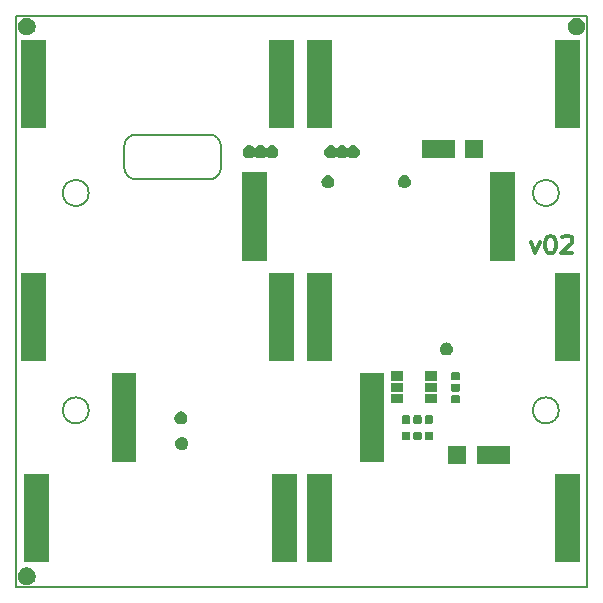
<source format=gbr>
%TF.GenerationSoftware,KiCad,Pcbnew,5.0.2-bee76a0~70~ubuntu18.04.1*%
%TF.CreationDate,2020-02-29T17:16:54-08:00*%
%TF.ProjectId,SolarCellZ_v1,536f6c61-7243-4656-9c6c-5a5f76312e6b,rev?*%
%TF.SameCoordinates,Original*%
%TF.FileFunction,Soldermask,Top*%
%TF.FilePolarity,Negative*%
%FSLAX46Y46*%
G04 Gerber Fmt 4.6, Leading zero omitted, Abs format (unit mm)*
G04 Created by KiCad (PCBNEW 5.0.2-bee76a0~70~ubuntu18.04.1) date Sat 29 Feb 2020 05:16:54 PM PST*
%MOMM*%
%LPD*%
G01*
G04 APERTURE LIST*
%ADD10C,0.200000*%
%ADD11C,0.300000*%
%ADD12C,0.100000*%
G04 APERTURE END LIST*
D10*
X136007500Y-73391000D02*
G75*
G03X136007500Y-73391000I-1100000J0D01*
G01*
X96207500Y-73391000D02*
G75*
G03X96207500Y-73391000I-1100000J0D01*
G01*
X107407500Y-52841000D02*
G75*
G02X106407500Y-53841000I-1000000J0D01*
G01*
X100207500Y-53841000D02*
G75*
G02X99207500Y-52841000I0J1000000D01*
G01*
X106407500Y-50041000D02*
G75*
G02X107407500Y-51041000I0J-1000000D01*
G01*
X99207500Y-51041000D02*
G75*
G02X100207500Y-50041000I1000000J0D01*
G01*
X96207500Y-54991000D02*
G75*
G03X96207500Y-54991000I-1100000J0D01*
G01*
X106407500Y-50041000D02*
X100207500Y-50041000D01*
X138407500Y-39991000D02*
X138407500Y-88391000D01*
X138407500Y-88391000D02*
X90007500Y-88391000D01*
X90007500Y-88391000D02*
X90007500Y-39991000D01*
X90007500Y-39991000D02*
X138407500Y-39991000D01*
X100207500Y-53841000D02*
X106407500Y-53841000D01*
X136007500Y-54991000D02*
G75*
G03X136007500Y-54991000I-1100000J0D01*
G01*
X107407500Y-52841000D02*
X107407500Y-51041000D01*
X99207500Y-51041000D02*
X99207500Y-52841000D01*
D11*
X133659785Y-59114571D02*
X134016928Y-60114571D01*
X134374071Y-59114571D01*
X135231214Y-58614571D02*
X135374071Y-58614571D01*
X135516928Y-58686000D01*
X135588357Y-58757428D01*
X135659785Y-58900285D01*
X135731214Y-59186000D01*
X135731214Y-59543142D01*
X135659785Y-59828857D01*
X135588357Y-59971714D01*
X135516928Y-60043142D01*
X135374071Y-60114571D01*
X135231214Y-60114571D01*
X135088357Y-60043142D01*
X135016928Y-59971714D01*
X134945500Y-59828857D01*
X134874071Y-59543142D01*
X134874071Y-59186000D01*
X134945500Y-58900285D01*
X135016928Y-58757428D01*
X135088357Y-58686000D01*
X135231214Y-58614571D01*
X136302642Y-58757428D02*
X136374071Y-58686000D01*
X136516928Y-58614571D01*
X136874071Y-58614571D01*
X137016928Y-58686000D01*
X137088357Y-58757428D01*
X137159785Y-58900285D01*
X137159785Y-59043142D01*
X137088357Y-59257428D01*
X136231214Y-60114571D01*
X137159785Y-60114571D01*
D12*
G36*
X91168767Y-86728822D02*
X91305258Y-86785359D01*
X91428097Y-86867437D01*
X91532563Y-86971903D01*
X91614641Y-87094742D01*
X91671178Y-87231233D01*
X91700000Y-87376131D01*
X91700000Y-87523869D01*
X91671178Y-87668767D01*
X91614641Y-87805258D01*
X91532563Y-87928097D01*
X91428097Y-88032563D01*
X91305258Y-88114641D01*
X91168767Y-88171178D01*
X91023869Y-88200000D01*
X90876131Y-88200000D01*
X90731233Y-88171178D01*
X90594742Y-88114641D01*
X90471903Y-88032563D01*
X90367437Y-87928097D01*
X90285359Y-87805258D01*
X90228822Y-87668767D01*
X90200000Y-87523869D01*
X90200000Y-87376131D01*
X90228822Y-87231233D01*
X90285359Y-87094742D01*
X90367437Y-86971903D01*
X90471903Y-86867437D01*
X90594742Y-86785359D01*
X90731233Y-86728822D01*
X90876131Y-86700000D01*
X91023869Y-86700000D01*
X91168767Y-86728822D01*
X91168767Y-86728822D01*
G37*
G36*
X137799000Y-86249000D02*
X135701000Y-86249000D01*
X135701000Y-78751000D01*
X137799000Y-78751000D01*
X137799000Y-86249000D01*
X137799000Y-86249000D01*
G37*
G36*
X92799000Y-86249000D02*
X90701000Y-86249000D01*
X90701000Y-78751000D01*
X92799000Y-78751000D01*
X92799000Y-86249000D01*
X92799000Y-86249000D01*
G37*
G36*
X113799000Y-86249000D02*
X111701000Y-86249000D01*
X111701000Y-78751000D01*
X113799000Y-78751000D01*
X113799000Y-86249000D01*
X113799000Y-86249000D01*
G37*
G36*
X116799000Y-86249000D02*
X114701000Y-86249000D01*
X114701000Y-78751000D01*
X116799000Y-78751000D01*
X116799000Y-86249000D01*
X116799000Y-86249000D01*
G37*
G36*
X131834200Y-77901500D02*
X129036200Y-77901500D01*
X129036200Y-76403500D01*
X131834200Y-76403500D01*
X131834200Y-77901500D01*
X131834200Y-77901500D01*
G37*
G36*
X128134200Y-77901500D02*
X126636200Y-77901500D01*
X126636200Y-76403500D01*
X128134200Y-76403500D01*
X128134200Y-77901500D01*
X128134200Y-77901500D01*
G37*
G36*
X100236000Y-77749000D02*
X98138000Y-77749000D01*
X98138000Y-70251000D01*
X100236000Y-70251000D01*
X100236000Y-77749000D01*
X100236000Y-77749000D01*
G37*
G36*
X121236000Y-77749000D02*
X119138000Y-77749000D01*
X119138000Y-70251000D01*
X121236000Y-70251000D01*
X121236000Y-77749000D01*
X121236000Y-77749000D01*
G37*
G36*
X104183604Y-75661549D02*
X104236638Y-75672098D01*
X104336547Y-75713482D01*
X104336549Y-75713483D01*
X104426467Y-75773564D01*
X104502936Y-75850033D01*
X104559041Y-75934000D01*
X104563018Y-75939953D01*
X104604402Y-76039862D01*
X104625500Y-76145929D01*
X104625500Y-76254071D01*
X104604402Y-76360138D01*
X104563018Y-76460047D01*
X104563017Y-76460049D01*
X104502936Y-76549967D01*
X104426467Y-76626436D01*
X104336549Y-76686517D01*
X104336548Y-76686518D01*
X104336547Y-76686518D01*
X104236638Y-76727902D01*
X104130572Y-76749000D01*
X104022428Y-76749000D01*
X103916362Y-76727902D01*
X103816453Y-76686518D01*
X103816452Y-76686518D01*
X103816451Y-76686517D01*
X103726533Y-76626436D01*
X103650064Y-76549967D01*
X103589983Y-76460049D01*
X103589982Y-76460047D01*
X103548598Y-76360138D01*
X103527500Y-76254071D01*
X103527500Y-76145929D01*
X103548598Y-76039862D01*
X103589982Y-75939953D01*
X103593960Y-75934000D01*
X103650064Y-75850033D01*
X103726533Y-75773564D01*
X103816451Y-75713483D01*
X103816453Y-75713482D01*
X103916362Y-75672098D01*
X103969396Y-75661549D01*
X104022428Y-75651000D01*
X104130572Y-75651000D01*
X104183604Y-75661549D01*
X104183604Y-75661549D01*
G37*
G36*
X124263933Y-75199064D02*
X124291508Y-75207430D01*
X124316922Y-75221014D01*
X124339202Y-75239298D01*
X124357486Y-75261578D01*
X124371070Y-75286992D01*
X124379436Y-75314567D01*
X124382500Y-75345684D01*
X124382500Y-75784316D01*
X124379436Y-75815433D01*
X124371070Y-75843008D01*
X124357486Y-75868422D01*
X124339202Y-75890702D01*
X124316922Y-75908986D01*
X124291508Y-75922570D01*
X124263933Y-75930936D01*
X124232816Y-75934000D01*
X123840684Y-75934000D01*
X123809567Y-75930936D01*
X123781992Y-75922570D01*
X123756578Y-75908986D01*
X123734298Y-75890702D01*
X123716014Y-75868422D01*
X123702430Y-75843008D01*
X123694064Y-75815433D01*
X123691000Y-75784316D01*
X123691000Y-75345684D01*
X123694064Y-75314567D01*
X123702430Y-75286992D01*
X123716014Y-75261578D01*
X123734298Y-75239298D01*
X123756578Y-75221014D01*
X123781992Y-75207430D01*
X123809567Y-75199064D01*
X123840684Y-75196000D01*
X124232816Y-75196000D01*
X124263933Y-75199064D01*
X124263933Y-75199064D01*
G37*
G36*
X123290433Y-75199064D02*
X123318008Y-75207430D01*
X123343422Y-75221014D01*
X123365702Y-75239298D01*
X123383986Y-75261578D01*
X123397570Y-75286992D01*
X123405936Y-75314567D01*
X123409000Y-75345684D01*
X123409000Y-75784316D01*
X123405936Y-75815433D01*
X123397570Y-75843008D01*
X123383986Y-75868422D01*
X123365702Y-75890702D01*
X123343422Y-75908986D01*
X123318008Y-75922570D01*
X123290433Y-75930936D01*
X123259316Y-75934000D01*
X122870684Y-75934000D01*
X122839567Y-75930936D01*
X122811992Y-75922570D01*
X122786578Y-75908986D01*
X122764298Y-75890702D01*
X122746014Y-75868422D01*
X122732430Y-75843008D01*
X122724064Y-75815433D01*
X122721000Y-75784316D01*
X122721000Y-75345684D01*
X122724064Y-75314567D01*
X122732430Y-75286992D01*
X122746014Y-75261578D01*
X122764298Y-75239298D01*
X122786578Y-75221014D01*
X122811992Y-75207430D01*
X122839567Y-75199064D01*
X122870684Y-75196000D01*
X123259316Y-75196000D01*
X123290433Y-75199064D01*
X123290433Y-75199064D01*
G37*
G36*
X125233933Y-75199064D02*
X125261508Y-75207430D01*
X125286922Y-75221014D01*
X125309202Y-75239298D01*
X125327486Y-75261578D01*
X125341070Y-75286992D01*
X125349436Y-75314567D01*
X125352500Y-75345684D01*
X125352500Y-75784316D01*
X125349436Y-75815433D01*
X125341070Y-75843008D01*
X125327486Y-75868422D01*
X125309202Y-75890702D01*
X125286922Y-75908986D01*
X125261508Y-75922570D01*
X125233933Y-75930936D01*
X125202816Y-75934000D01*
X124814184Y-75934000D01*
X124783067Y-75930936D01*
X124755492Y-75922570D01*
X124730078Y-75908986D01*
X124707798Y-75890702D01*
X124689514Y-75868422D01*
X124675930Y-75843008D01*
X124667564Y-75815433D01*
X124664500Y-75784316D01*
X124664500Y-75345684D01*
X124667564Y-75314567D01*
X124675930Y-75286992D01*
X124689514Y-75261578D01*
X124707798Y-75239298D01*
X124730078Y-75221014D01*
X124755492Y-75207430D01*
X124783067Y-75199064D01*
X124814184Y-75196000D01*
X125202816Y-75196000D01*
X125233933Y-75199064D01*
X125233933Y-75199064D01*
G37*
G36*
X104120104Y-73502549D02*
X104173138Y-73513098D01*
X104273047Y-73554482D01*
X104273049Y-73554483D01*
X104362967Y-73614564D01*
X104439435Y-73691032D01*
X104499518Y-73780953D01*
X104527861Y-73849378D01*
X104540902Y-73880863D01*
X104562000Y-73986928D01*
X104562000Y-74095072D01*
X104540902Y-74201137D01*
X104499517Y-74301049D01*
X104439436Y-74390967D01*
X104362967Y-74467436D01*
X104273049Y-74527517D01*
X104273048Y-74527518D01*
X104273047Y-74527518D01*
X104173138Y-74568902D01*
X104120104Y-74579451D01*
X104067072Y-74590000D01*
X103958928Y-74590000D01*
X103905896Y-74579451D01*
X103852862Y-74568902D01*
X103752953Y-74527518D01*
X103752952Y-74527518D01*
X103752951Y-74527517D01*
X103663033Y-74467436D01*
X103586564Y-74390967D01*
X103526483Y-74301049D01*
X103485098Y-74201137D01*
X103464000Y-74095072D01*
X103464000Y-73986928D01*
X103485098Y-73880863D01*
X103498140Y-73849378D01*
X103526482Y-73780953D01*
X103586565Y-73691032D01*
X103663033Y-73614564D01*
X103752951Y-73554483D01*
X103752953Y-73554482D01*
X103852862Y-73513098D01*
X103905896Y-73502549D01*
X103958928Y-73492000D01*
X104067072Y-73492000D01*
X104120104Y-73502549D01*
X104120104Y-73502549D01*
G37*
G36*
X123293653Y-73802064D02*
X123321228Y-73810430D01*
X123346642Y-73824014D01*
X123368922Y-73842298D01*
X123387206Y-73864578D01*
X123400790Y-73889992D01*
X123409156Y-73917567D01*
X123412220Y-73948684D01*
X123412220Y-74387316D01*
X123409156Y-74418433D01*
X123400790Y-74446008D01*
X123387206Y-74471422D01*
X123368922Y-74493702D01*
X123346642Y-74511986D01*
X123321228Y-74525570D01*
X123293653Y-74533936D01*
X123262536Y-74537000D01*
X122873904Y-74537000D01*
X122842787Y-74533936D01*
X122815212Y-74525570D01*
X122789798Y-74511986D01*
X122767518Y-74493702D01*
X122749234Y-74471422D01*
X122735650Y-74446008D01*
X122727284Y-74418433D01*
X122724220Y-74387316D01*
X122724220Y-73948684D01*
X122727284Y-73917567D01*
X122735650Y-73889992D01*
X122749234Y-73864578D01*
X122767518Y-73842298D01*
X122789798Y-73824014D01*
X122815212Y-73810430D01*
X122842787Y-73802064D01*
X122873904Y-73799000D01*
X123262536Y-73799000D01*
X123293653Y-73802064D01*
X123293653Y-73802064D01*
G37*
G36*
X125233933Y-73802064D02*
X125261508Y-73810430D01*
X125286922Y-73824014D01*
X125309202Y-73842298D01*
X125327486Y-73864578D01*
X125341070Y-73889992D01*
X125349436Y-73917567D01*
X125352500Y-73948684D01*
X125352500Y-74387316D01*
X125349436Y-74418433D01*
X125341070Y-74446008D01*
X125327486Y-74471422D01*
X125309202Y-74493702D01*
X125286922Y-74511986D01*
X125261508Y-74525570D01*
X125233933Y-74533936D01*
X125202816Y-74537000D01*
X124814184Y-74537000D01*
X124783067Y-74533936D01*
X124755492Y-74525570D01*
X124730078Y-74511986D01*
X124707798Y-74493702D01*
X124689514Y-74471422D01*
X124675930Y-74446008D01*
X124667564Y-74418433D01*
X124664500Y-74387316D01*
X124664500Y-73948684D01*
X124667564Y-73917567D01*
X124675930Y-73889992D01*
X124689514Y-73864578D01*
X124707798Y-73842298D01*
X124730078Y-73824014D01*
X124755492Y-73810430D01*
X124783067Y-73802064D01*
X124814184Y-73799000D01*
X125202816Y-73799000D01*
X125233933Y-73802064D01*
X125233933Y-73802064D01*
G37*
G36*
X124263933Y-73802064D02*
X124291508Y-73810430D01*
X124316922Y-73824014D01*
X124339202Y-73842298D01*
X124357486Y-73864578D01*
X124371070Y-73889992D01*
X124379436Y-73917567D01*
X124382500Y-73948684D01*
X124382500Y-74387316D01*
X124379436Y-74418433D01*
X124371070Y-74446008D01*
X124357486Y-74471422D01*
X124339202Y-74493702D01*
X124316922Y-74511986D01*
X124291508Y-74525570D01*
X124263933Y-74533936D01*
X124232816Y-74537000D01*
X123843904Y-74537000D01*
X123812787Y-74533936D01*
X123785212Y-74525570D01*
X123759798Y-74511986D01*
X123737518Y-74493702D01*
X123719234Y-74471422D01*
X123705650Y-74446008D01*
X123697284Y-74418433D01*
X123694220Y-74387316D01*
X123694220Y-73948684D01*
X123697284Y-73917567D01*
X123705650Y-73889992D01*
X123719234Y-73864578D01*
X123737518Y-73842298D01*
X123759798Y-73824014D01*
X123785212Y-73810430D01*
X123812787Y-73802064D01*
X123843904Y-73799000D01*
X124232816Y-73799000D01*
X124263933Y-73802064D01*
X124263933Y-73802064D01*
G37*
G36*
X127504433Y-72112564D02*
X127532008Y-72120930D01*
X127557422Y-72134514D01*
X127579702Y-72152798D01*
X127597986Y-72175078D01*
X127611570Y-72200492D01*
X127619936Y-72228067D01*
X127623000Y-72259184D01*
X127623000Y-72647816D01*
X127619936Y-72678933D01*
X127611570Y-72706508D01*
X127597986Y-72731922D01*
X127579702Y-72754202D01*
X127557422Y-72772486D01*
X127532008Y-72786070D01*
X127504433Y-72794436D01*
X127473316Y-72797500D01*
X127034684Y-72797500D01*
X127003567Y-72794436D01*
X126975992Y-72786070D01*
X126950578Y-72772486D01*
X126928298Y-72754202D01*
X126910014Y-72731922D01*
X126896430Y-72706508D01*
X126888064Y-72678933D01*
X126885000Y-72647816D01*
X126885000Y-72259184D01*
X126888064Y-72228067D01*
X126896430Y-72200492D01*
X126910014Y-72175078D01*
X126928298Y-72152798D01*
X126950578Y-72134514D01*
X126975992Y-72120930D01*
X127003567Y-72112564D01*
X127034684Y-72109500D01*
X127473316Y-72109500D01*
X127504433Y-72112564D01*
X127504433Y-72112564D01*
G37*
G36*
X125710500Y-72786500D02*
X124712500Y-72786500D01*
X124712500Y-71988500D01*
X125710500Y-71988500D01*
X125710500Y-72786500D01*
X125710500Y-72786500D01*
G37*
G36*
X122810500Y-72786500D02*
X121812500Y-72786500D01*
X121812500Y-71988500D01*
X122810500Y-71988500D01*
X122810500Y-72786500D01*
X122810500Y-72786500D01*
G37*
G36*
X122810500Y-71836500D02*
X121812500Y-71836500D01*
X121812500Y-71038500D01*
X122810500Y-71038500D01*
X122810500Y-71836500D01*
X122810500Y-71836500D01*
G37*
G36*
X125710500Y-71836500D02*
X124712500Y-71836500D01*
X124712500Y-71038500D01*
X125710500Y-71038500D01*
X125710500Y-71836500D01*
X125710500Y-71836500D01*
G37*
G36*
X127504433Y-71137064D02*
X127532008Y-71145430D01*
X127557422Y-71159014D01*
X127579702Y-71177298D01*
X127597986Y-71199578D01*
X127611570Y-71224992D01*
X127619936Y-71252567D01*
X127623000Y-71283684D01*
X127623000Y-71677816D01*
X127619936Y-71708933D01*
X127611570Y-71736508D01*
X127597986Y-71761922D01*
X127579702Y-71784202D01*
X127557422Y-71802486D01*
X127532008Y-71816070D01*
X127504433Y-71824436D01*
X127473316Y-71827500D01*
X127034684Y-71827500D01*
X127003567Y-71824436D01*
X126975992Y-71816070D01*
X126950578Y-71802486D01*
X126928298Y-71784202D01*
X126910014Y-71761922D01*
X126896430Y-71736508D01*
X126888064Y-71708933D01*
X126885000Y-71677816D01*
X126885000Y-71283684D01*
X126888064Y-71252567D01*
X126896430Y-71224992D01*
X126910014Y-71199578D01*
X126928298Y-71177298D01*
X126950578Y-71159014D01*
X126975992Y-71145430D01*
X127003567Y-71137064D01*
X127034684Y-71134000D01*
X127473316Y-71134000D01*
X127504433Y-71137064D01*
X127504433Y-71137064D01*
G37*
G36*
X125710500Y-70886500D02*
X124712500Y-70886500D01*
X124712500Y-70088500D01*
X125710500Y-70088500D01*
X125710500Y-70886500D01*
X125710500Y-70886500D01*
G37*
G36*
X122810500Y-70886500D02*
X121812500Y-70886500D01*
X121812500Y-70088500D01*
X122810500Y-70088500D01*
X122810500Y-70886500D01*
X122810500Y-70886500D01*
G37*
G36*
X127504433Y-70167064D02*
X127532008Y-70175430D01*
X127557422Y-70189014D01*
X127579702Y-70207298D01*
X127597986Y-70229578D01*
X127611570Y-70254992D01*
X127619936Y-70282567D01*
X127623000Y-70313684D01*
X127623000Y-70702316D01*
X127619936Y-70733433D01*
X127611570Y-70761008D01*
X127597986Y-70786422D01*
X127579702Y-70808702D01*
X127557422Y-70826986D01*
X127532008Y-70840570D01*
X127504433Y-70848936D01*
X127473316Y-70852000D01*
X127034684Y-70852000D01*
X127003567Y-70848936D01*
X126975992Y-70840570D01*
X126950578Y-70826986D01*
X126928298Y-70808702D01*
X126910014Y-70786422D01*
X126896430Y-70761008D01*
X126888064Y-70733433D01*
X126885000Y-70702316D01*
X126885000Y-70313684D01*
X126888064Y-70282567D01*
X126896430Y-70254992D01*
X126910014Y-70229578D01*
X126928298Y-70207298D01*
X126950578Y-70189014D01*
X126975992Y-70175430D01*
X127003567Y-70167064D01*
X127034684Y-70164000D01*
X127473316Y-70164000D01*
X127504433Y-70167064D01*
X127504433Y-70167064D01*
G37*
G36*
X92549000Y-69249000D02*
X90451000Y-69249000D01*
X90451000Y-61751000D01*
X92549000Y-61751000D01*
X92549000Y-69249000D01*
X92549000Y-69249000D01*
G37*
G36*
X137799000Y-69249000D02*
X135701000Y-69249000D01*
X135701000Y-61751000D01*
X137799000Y-61751000D01*
X137799000Y-69249000D01*
X137799000Y-69249000D01*
G37*
G36*
X113549000Y-69249000D02*
X111451000Y-69249000D01*
X111451000Y-61751000D01*
X113549000Y-61751000D01*
X113549000Y-69249000D01*
X113549000Y-69249000D01*
G37*
G36*
X116799000Y-69249000D02*
X114701000Y-69249000D01*
X114701000Y-61751000D01*
X116799000Y-61751000D01*
X116799000Y-69249000D01*
X116799000Y-69249000D01*
G37*
G36*
X126599104Y-67660549D02*
X126652138Y-67671098D01*
X126752047Y-67712482D01*
X126752049Y-67712483D01*
X126841967Y-67772564D01*
X126918436Y-67849033D01*
X126978517Y-67938951D01*
X127019902Y-68038863D01*
X127041000Y-68144928D01*
X127041000Y-68253072D01*
X127019902Y-68359137D01*
X126978517Y-68459049D01*
X126918436Y-68548967D01*
X126841967Y-68625436D01*
X126752049Y-68685517D01*
X126752048Y-68685518D01*
X126752047Y-68685518D01*
X126652138Y-68726902D01*
X126599104Y-68737451D01*
X126546072Y-68748000D01*
X126437928Y-68748000D01*
X126384896Y-68737451D01*
X126331862Y-68726902D01*
X126231953Y-68685518D01*
X126231952Y-68685518D01*
X126231951Y-68685517D01*
X126142033Y-68625436D01*
X126065564Y-68548967D01*
X126005483Y-68459049D01*
X125964098Y-68359137D01*
X125943000Y-68253072D01*
X125943000Y-68144928D01*
X125964098Y-68038863D01*
X126005483Y-67938951D01*
X126065564Y-67849033D01*
X126142033Y-67772564D01*
X126231951Y-67712483D01*
X126231953Y-67712482D01*
X126331862Y-67671098D01*
X126384896Y-67660549D01*
X126437928Y-67650000D01*
X126546072Y-67650000D01*
X126599104Y-67660549D01*
X126599104Y-67660549D01*
G37*
G36*
X111299000Y-60749000D02*
X109201000Y-60749000D01*
X109201000Y-53251000D01*
X111299000Y-53251000D01*
X111299000Y-60749000D01*
X111299000Y-60749000D01*
G37*
G36*
X132299000Y-60749000D02*
X130201000Y-60749000D01*
X130201000Y-53251000D01*
X132299000Y-53251000D01*
X132299000Y-60749000D01*
X132299000Y-60749000D01*
G37*
G36*
X123096138Y-53510598D02*
X123196047Y-53551982D01*
X123196049Y-53551983D01*
X123285967Y-53612064D01*
X123362436Y-53688533D01*
X123422517Y-53778451D01*
X123463902Y-53878363D01*
X123485000Y-53984428D01*
X123485000Y-54092572D01*
X123463902Y-54198637D01*
X123422517Y-54298549D01*
X123362436Y-54388467D01*
X123285967Y-54464936D01*
X123196049Y-54525017D01*
X123196048Y-54525018D01*
X123196047Y-54525018D01*
X123096138Y-54566402D01*
X122990072Y-54587500D01*
X122881928Y-54587500D01*
X122775862Y-54566402D01*
X122675953Y-54525018D01*
X122675952Y-54525018D01*
X122675951Y-54525017D01*
X122586033Y-54464936D01*
X122509564Y-54388467D01*
X122449483Y-54298549D01*
X122408098Y-54198637D01*
X122387000Y-54092572D01*
X122387000Y-53984428D01*
X122408098Y-53878363D01*
X122449483Y-53778451D01*
X122509564Y-53688533D01*
X122586033Y-53612064D01*
X122675951Y-53551983D01*
X122675953Y-53551982D01*
X122775862Y-53510598D01*
X122881928Y-53489500D01*
X122990072Y-53489500D01*
X123096138Y-53510598D01*
X123096138Y-53510598D01*
G37*
G36*
X116619138Y-53510598D02*
X116719047Y-53551982D01*
X116719049Y-53551983D01*
X116808967Y-53612064D01*
X116885436Y-53688533D01*
X116945517Y-53778451D01*
X116986902Y-53878363D01*
X117008000Y-53984428D01*
X117008000Y-54092572D01*
X116986902Y-54198637D01*
X116945517Y-54298549D01*
X116885436Y-54388467D01*
X116808967Y-54464936D01*
X116719049Y-54525017D01*
X116719048Y-54525018D01*
X116719047Y-54525018D01*
X116619138Y-54566402D01*
X116513072Y-54587500D01*
X116404928Y-54587500D01*
X116298862Y-54566402D01*
X116198953Y-54525018D01*
X116198952Y-54525018D01*
X116198951Y-54525017D01*
X116109033Y-54464936D01*
X116032564Y-54388467D01*
X115972483Y-54298549D01*
X115931098Y-54198637D01*
X115910000Y-54092572D01*
X115910000Y-53984428D01*
X115931098Y-53878363D01*
X115972483Y-53778451D01*
X116032564Y-53688533D01*
X116109033Y-53612064D01*
X116198951Y-53551983D01*
X116198953Y-53551982D01*
X116298862Y-53510598D01*
X116404928Y-53489500D01*
X116513072Y-53489500D01*
X116619138Y-53510598D01*
X116619138Y-53510598D01*
G37*
G36*
X116808665Y-50953702D02*
X116862472Y-50964405D01*
X116963837Y-51006392D01*
X117055067Y-51067350D01*
X117132652Y-51144935D01*
X117133842Y-51146716D01*
X117139998Y-51154217D01*
X117147498Y-51160373D01*
X117156056Y-51164948D01*
X117165342Y-51167765D01*
X117174999Y-51168716D01*
X117184656Y-51167765D01*
X117193942Y-51164948D01*
X117202500Y-51160374D01*
X117210001Y-51154218D01*
X117216158Y-51146716D01*
X117217348Y-51144935D01*
X117294933Y-51067350D01*
X117386163Y-51006392D01*
X117487528Y-50964405D01*
X117541335Y-50953702D01*
X117595140Y-50943000D01*
X117704860Y-50943000D01*
X117758665Y-50953702D01*
X117812472Y-50964405D01*
X117913837Y-51006392D01*
X118005067Y-51067350D01*
X118082652Y-51144935D01*
X118083842Y-51146716D01*
X118089998Y-51154217D01*
X118097498Y-51160373D01*
X118106056Y-51164948D01*
X118115342Y-51167765D01*
X118124999Y-51168716D01*
X118134656Y-51167765D01*
X118143942Y-51164948D01*
X118152500Y-51160374D01*
X118160001Y-51154218D01*
X118166158Y-51146716D01*
X118167348Y-51144935D01*
X118244933Y-51067350D01*
X118336163Y-51006392D01*
X118437528Y-50964405D01*
X118491335Y-50953702D01*
X118545140Y-50943000D01*
X118654860Y-50943000D01*
X118708665Y-50953702D01*
X118762472Y-50964405D01*
X118863837Y-51006392D01*
X118955067Y-51067350D01*
X119032650Y-51144933D01*
X119093608Y-51236163D01*
X119135595Y-51337528D01*
X119157000Y-51445141D01*
X119157000Y-51554859D01*
X119135595Y-51662472D01*
X119093608Y-51763837D01*
X119032650Y-51855067D01*
X118955067Y-51932650D01*
X118863837Y-51993608D01*
X118762472Y-52035595D01*
X118708665Y-52046298D01*
X118654860Y-52057000D01*
X118545140Y-52057000D01*
X118491335Y-52046298D01*
X118437528Y-52035595D01*
X118336163Y-51993608D01*
X118244933Y-51932650D01*
X118167348Y-51855065D01*
X118166158Y-51853284D01*
X118160002Y-51845783D01*
X118152502Y-51839627D01*
X118143944Y-51835052D01*
X118134658Y-51832235D01*
X118125001Y-51831284D01*
X118115344Y-51832235D01*
X118106058Y-51835052D01*
X118097500Y-51839626D01*
X118089999Y-51845782D01*
X118083842Y-51853284D01*
X118082652Y-51855065D01*
X118005067Y-51932650D01*
X117913837Y-51993608D01*
X117812472Y-52035595D01*
X117758665Y-52046298D01*
X117704860Y-52057000D01*
X117595140Y-52057000D01*
X117541335Y-52046298D01*
X117487528Y-52035595D01*
X117386163Y-51993608D01*
X117294933Y-51932650D01*
X117217348Y-51855065D01*
X117216158Y-51853284D01*
X117210002Y-51845783D01*
X117202502Y-51839627D01*
X117193944Y-51835052D01*
X117184658Y-51832235D01*
X117175001Y-51831284D01*
X117165344Y-51832235D01*
X117156058Y-51835052D01*
X117147500Y-51839626D01*
X117139999Y-51845782D01*
X117133842Y-51853284D01*
X117132652Y-51855065D01*
X117055067Y-51932650D01*
X116963837Y-51993608D01*
X116862472Y-52035595D01*
X116808665Y-52046298D01*
X116754860Y-52057000D01*
X116645140Y-52057000D01*
X116591335Y-52046298D01*
X116537528Y-52035595D01*
X116436163Y-51993608D01*
X116344933Y-51932650D01*
X116267350Y-51855067D01*
X116206392Y-51763837D01*
X116164405Y-51662472D01*
X116143000Y-51554859D01*
X116143000Y-51445141D01*
X116164405Y-51337528D01*
X116206392Y-51236163D01*
X116267350Y-51144933D01*
X116344933Y-51067350D01*
X116436163Y-51006392D01*
X116537528Y-50964405D01*
X116591335Y-50953702D01*
X116645140Y-50943000D01*
X116754860Y-50943000D01*
X116808665Y-50953702D01*
X116808665Y-50953702D01*
G37*
G36*
X109908665Y-50953702D02*
X109962472Y-50964405D01*
X110063837Y-51006392D01*
X110155067Y-51067350D01*
X110232652Y-51144935D01*
X110233842Y-51146716D01*
X110239998Y-51154217D01*
X110247498Y-51160373D01*
X110256056Y-51164948D01*
X110265342Y-51167765D01*
X110274999Y-51168716D01*
X110284656Y-51167765D01*
X110293942Y-51164948D01*
X110302500Y-51160374D01*
X110310001Y-51154218D01*
X110316158Y-51146716D01*
X110317348Y-51144935D01*
X110394933Y-51067350D01*
X110486163Y-51006392D01*
X110587528Y-50964405D01*
X110641335Y-50953702D01*
X110695140Y-50943000D01*
X110804860Y-50943000D01*
X110858665Y-50953702D01*
X110912472Y-50964405D01*
X111013837Y-51006392D01*
X111105067Y-51067350D01*
X111182652Y-51144935D01*
X111183842Y-51146716D01*
X111189998Y-51154217D01*
X111197498Y-51160373D01*
X111206056Y-51164948D01*
X111215342Y-51167765D01*
X111224999Y-51168716D01*
X111234656Y-51167765D01*
X111243942Y-51164948D01*
X111252500Y-51160374D01*
X111260001Y-51154218D01*
X111266158Y-51146716D01*
X111267348Y-51144935D01*
X111344933Y-51067350D01*
X111436163Y-51006392D01*
X111537528Y-50964405D01*
X111591335Y-50953702D01*
X111645140Y-50943000D01*
X111754860Y-50943000D01*
X111808665Y-50953702D01*
X111862472Y-50964405D01*
X111963837Y-51006392D01*
X112055067Y-51067350D01*
X112132650Y-51144933D01*
X112193608Y-51236163D01*
X112235595Y-51337528D01*
X112257000Y-51445141D01*
X112257000Y-51554859D01*
X112235595Y-51662472D01*
X112193608Y-51763837D01*
X112132650Y-51855067D01*
X112055067Y-51932650D01*
X111963837Y-51993608D01*
X111862472Y-52035595D01*
X111808665Y-52046298D01*
X111754860Y-52057000D01*
X111645140Y-52057000D01*
X111591335Y-52046298D01*
X111537528Y-52035595D01*
X111436163Y-51993608D01*
X111344933Y-51932650D01*
X111267348Y-51855065D01*
X111266158Y-51853284D01*
X111260002Y-51845783D01*
X111252502Y-51839627D01*
X111243944Y-51835052D01*
X111234658Y-51832235D01*
X111225001Y-51831284D01*
X111215344Y-51832235D01*
X111206058Y-51835052D01*
X111197500Y-51839626D01*
X111189999Y-51845782D01*
X111183842Y-51853284D01*
X111182652Y-51855065D01*
X111105067Y-51932650D01*
X111013837Y-51993608D01*
X110912472Y-52035595D01*
X110858665Y-52046298D01*
X110804860Y-52057000D01*
X110695140Y-52057000D01*
X110641335Y-52046298D01*
X110587528Y-52035595D01*
X110486163Y-51993608D01*
X110394933Y-51932650D01*
X110317348Y-51855065D01*
X110316158Y-51853284D01*
X110310002Y-51845783D01*
X110302502Y-51839627D01*
X110293944Y-51835052D01*
X110284658Y-51832235D01*
X110275001Y-51831284D01*
X110265344Y-51832235D01*
X110256058Y-51835052D01*
X110247500Y-51839626D01*
X110239999Y-51845782D01*
X110233842Y-51853284D01*
X110232652Y-51855065D01*
X110155067Y-51932650D01*
X110063837Y-51993608D01*
X109962472Y-52035595D01*
X109908665Y-52046298D01*
X109854860Y-52057000D01*
X109745140Y-52057000D01*
X109691335Y-52046298D01*
X109637528Y-52035595D01*
X109536163Y-51993608D01*
X109444933Y-51932650D01*
X109367350Y-51855067D01*
X109306392Y-51763837D01*
X109264405Y-51662472D01*
X109243000Y-51554859D01*
X109243000Y-51445141D01*
X109264405Y-51337528D01*
X109306392Y-51236163D01*
X109367350Y-51144933D01*
X109444933Y-51067350D01*
X109536163Y-51006392D01*
X109637528Y-50964405D01*
X109691335Y-50953702D01*
X109745140Y-50943000D01*
X109854860Y-50943000D01*
X109908665Y-50953702D01*
X109908665Y-50953702D01*
G37*
G36*
X127199000Y-51999000D02*
X124401000Y-51999000D01*
X124401000Y-50501000D01*
X127199000Y-50501000D01*
X127199000Y-51999000D01*
X127199000Y-51999000D01*
G37*
G36*
X129599000Y-51999000D02*
X128101000Y-51999000D01*
X128101000Y-50501000D01*
X129599000Y-50501000D01*
X129599000Y-51999000D01*
X129599000Y-51999000D01*
G37*
G36*
X92549000Y-49499000D02*
X90451000Y-49499000D01*
X90451000Y-42001000D01*
X92549000Y-42001000D01*
X92549000Y-49499000D01*
X92549000Y-49499000D01*
G37*
G36*
X113549000Y-49499000D02*
X111451000Y-49499000D01*
X111451000Y-42001000D01*
X113549000Y-42001000D01*
X113549000Y-49499000D01*
X113549000Y-49499000D01*
G37*
G36*
X116799000Y-49499000D02*
X114701000Y-49499000D01*
X114701000Y-42001000D01*
X116799000Y-42001000D01*
X116799000Y-49499000D01*
X116799000Y-49499000D01*
G37*
G36*
X137799000Y-49499000D02*
X135701000Y-49499000D01*
X135701000Y-42001000D01*
X137799000Y-42001000D01*
X137799000Y-49499000D01*
X137799000Y-49499000D01*
G37*
G36*
X137718767Y-40178822D02*
X137855258Y-40235359D01*
X137978097Y-40317437D01*
X138082563Y-40421903D01*
X138164641Y-40544742D01*
X138221178Y-40681233D01*
X138250000Y-40826131D01*
X138250000Y-40973869D01*
X138221178Y-41118767D01*
X138164641Y-41255258D01*
X138082563Y-41378097D01*
X137978097Y-41482563D01*
X137855258Y-41564641D01*
X137718767Y-41621178D01*
X137573869Y-41650000D01*
X137426131Y-41650000D01*
X137281233Y-41621178D01*
X137144742Y-41564641D01*
X137021903Y-41482563D01*
X136917437Y-41378097D01*
X136835359Y-41255258D01*
X136778822Y-41118767D01*
X136750000Y-40973869D01*
X136750000Y-40826131D01*
X136778822Y-40681233D01*
X136835359Y-40544742D01*
X136917437Y-40421903D01*
X137021903Y-40317437D01*
X137144742Y-40235359D01*
X137281233Y-40178822D01*
X137426131Y-40150000D01*
X137573869Y-40150000D01*
X137718767Y-40178822D01*
X137718767Y-40178822D01*
G37*
G36*
X91168767Y-40178822D02*
X91305258Y-40235359D01*
X91428097Y-40317437D01*
X91532563Y-40421903D01*
X91614641Y-40544742D01*
X91671178Y-40681233D01*
X91700000Y-40826131D01*
X91700000Y-40973869D01*
X91671178Y-41118767D01*
X91614641Y-41255258D01*
X91532563Y-41378097D01*
X91428097Y-41482563D01*
X91305258Y-41564641D01*
X91168767Y-41621178D01*
X91023869Y-41650000D01*
X90876131Y-41650000D01*
X90731233Y-41621178D01*
X90594742Y-41564641D01*
X90471903Y-41482563D01*
X90367437Y-41378097D01*
X90285359Y-41255258D01*
X90228822Y-41118767D01*
X90200000Y-40973869D01*
X90200000Y-40826131D01*
X90228822Y-40681233D01*
X90285359Y-40544742D01*
X90367437Y-40421903D01*
X90471903Y-40317437D01*
X90594742Y-40235359D01*
X90731233Y-40178822D01*
X90876131Y-40150000D01*
X91023869Y-40150000D01*
X91168767Y-40178822D01*
X91168767Y-40178822D01*
G37*
M02*

</source>
